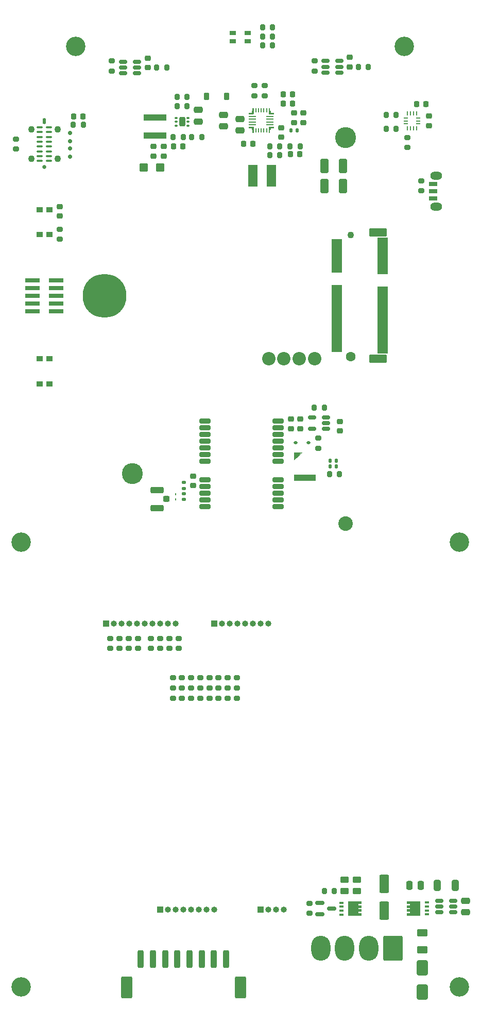
<source format=gbr>
%TF.GenerationSoftware,KiCad,Pcbnew,7.0.10*%
%TF.CreationDate,2024-03-08T14:55:51+08:00*%
%TF.ProjectId,solar_board,736f6c61-725f-4626-9f61-72642e6b6963,rev?*%
%TF.SameCoordinates,Original*%
%TF.FileFunction,Soldermask,Top*%
%TF.FilePolarity,Negative*%
%FSLAX46Y46*%
G04 Gerber Fmt 4.6, Leading zero omitted, Abs format (unit mm)*
G04 Created by KiCad (PCBNEW 7.0.10) date 2024-03-08 14:55:51*
%MOMM*%
%LPD*%
G01*
G04 APERTURE LIST*
G04 Aperture macros list*
%AMRoundRect*
0 Rectangle with rounded corners*
0 $1 Rounding radius*
0 $2 $3 $4 $5 $6 $7 $8 $9 X,Y pos of 4 corners*
0 Add a 4 corners polygon primitive as box body*
4,1,4,$2,$3,$4,$5,$6,$7,$8,$9,$2,$3,0*
0 Add four circle primitives for the rounded corners*
1,1,$1+$1,$2,$3*
1,1,$1+$1,$4,$5*
1,1,$1+$1,$6,$7*
1,1,$1+$1,$8,$9*
0 Add four rect primitives between the rounded corners*
20,1,$1+$1,$2,$3,$4,$5,0*
20,1,$1+$1,$4,$5,$6,$7,0*
20,1,$1+$1,$6,$7,$8,$9,0*
20,1,$1+$1,$8,$9,$2,$3,0*%
%AMFreePoly0*
4,1,5,0.300000,-0.300000,-0.300000,-0.300000,-0.300000,0.300000,0.300000,0.300000,0.300000,-0.300000,0.300000,-0.300000,$1*%
%AMFreePoly1*
4,1,5,0.500000,-1.750000,-0.500000,-1.750000,-0.500000,1.750000,0.500000,1.750000,0.500000,-1.750000,0.500000,-1.750000,$1*%
%AMFreePoly2*
4,1,17,1.395000,0.765000,0.855000,0.765000,0.855000,0.535000,1.395000,0.535000,1.395000,0.115000,0.855000,0.115000,0.855000,-0.115000,1.395000,-0.115000,1.395000,-0.535000,0.855000,-0.535000,0.855000,-0.765000,1.395000,-0.765000,1.395000,-1.185000,-0.855000,-1.185000,-0.855000,1.185000,1.395000,1.185000,1.395000,0.765000,1.395000,0.765000,$1*%
G04 Aperture macros list end*
%ADD10C,0.010000*%
%ADD11RoundRect,0.135000X0.185000X-0.135000X0.185000X0.135000X-0.185000X0.135000X-0.185000X-0.135000X0*%
%ADD12RoundRect,0.147500X0.172500X-0.147500X0.172500X0.147500X-0.172500X0.147500X-0.172500X-0.147500X0*%
%ADD13C,1.100000*%
%ADD14C,1.600000*%
%ADD15RoundRect,0.060480X-0.816520X0.191520X-0.816520X-0.191520X0.816520X-0.191520X0.816520X0.191520X0*%
%ADD16C,2.204000*%
%ADD17C,7.204000*%
%ADD18RoundRect,0.294840X-1.182160X0.407160X-1.182160X-0.407160X1.182160X-0.407160X1.182160X0.407160X0*%
%ADD19RoundRect,0.200000X-0.200000X-0.275000X0.200000X-0.275000X0.200000X0.275000X-0.200000X0.275000X0*%
%ADD20RoundRect,0.200000X-0.275000X0.200000X-0.275000X-0.200000X0.275000X-0.200000X0.275000X0.200000X0*%
%ADD21RoundRect,0.200000X0.200000X0.275000X-0.200000X0.275000X-0.200000X-0.275000X0.200000X-0.275000X0*%
%ADD22RoundRect,0.225000X0.250000X-0.225000X0.250000X0.225000X-0.250000X0.225000X-0.250000X-0.225000X0*%
%ADD23R,1.000000X1.000000*%
%ADD24O,1.000000X1.000000*%
%ADD25RoundRect,0.200000X0.275000X-0.200000X0.275000X0.200000X-0.275000X0.200000X-0.275000X-0.200000X0*%
%ADD26C,3.200000*%
%ADD27RoundRect,0.250000X0.625000X-0.375000X0.625000X0.375000X-0.625000X0.375000X-0.625000X-0.375000X0*%
%ADD28RoundRect,0.250000X0.325000X0.650000X-0.325000X0.650000X-0.325000X-0.650000X0.325000X-0.650000X0*%
%ADD29RoundRect,0.225000X-0.225000X-0.250000X0.225000X-0.250000X0.225000X0.250000X-0.225000X0.250000X0*%
%ADD30RoundRect,0.250000X-0.250000X-0.475000X0.250000X-0.475000X0.250000X0.475000X-0.250000X0.475000X0*%
%ADD31FreePoly0,180.000000*%
%ADD32FreePoly1,270.000000*%
%ADD33R,0.700000X0.420000*%
%ADD34FreePoly2,180.000000*%
%ADD35RoundRect,0.150000X-0.200000X0.150000X-0.200000X-0.150000X0.200000X-0.150000X0.200000X0.150000X0*%
%ADD36RoundRect,0.250000X-0.475000X0.250000X-0.475000X-0.250000X0.475000X-0.250000X0.475000X0.250000X0*%
%ADD37RoundRect,0.147500X0.147500X0.172500X-0.147500X0.172500X-0.147500X-0.172500X0.147500X-0.172500X0*%
%ADD38RoundRect,0.112500X-0.187500X-0.112500X0.187500X-0.112500X0.187500X0.112500X-0.187500X0.112500X0*%
%ADD39R,1.000000X0.900000*%
%ADD40RoundRect,0.150000X-0.587500X-0.150000X0.587500X-0.150000X0.587500X0.150000X-0.587500X0.150000X0*%
%ADD41RoundRect,0.250000X0.250000X1.200000X-0.250000X1.200000X-0.250000X-1.200000X0.250000X-1.200000X0*%
%ADD42RoundRect,0.250000X0.650000X1.550000X-0.650000X1.550000X-0.650000X-1.550000X0.650000X-1.550000X0*%
%ADD43RoundRect,0.225000X-0.250000X0.225000X-0.250000X-0.225000X0.250000X-0.225000X0.250000X0.225000X0*%
%ADD44RoundRect,0.200000X-0.700000X-0.200000X0.700000X-0.200000X0.700000X0.200000X-0.700000X0.200000X0*%
%ADD45R,0.250000X0.675000*%
%ADD46R,0.675000X0.250000*%
%ADD47RoundRect,0.250000X0.275000X0.250000X-0.275000X0.250000X-0.275000X-0.250000X0.275000X-0.250000X0*%
%ADD48RoundRect,0.250000X0.850000X0.275000X-0.850000X0.275000X-0.850000X-0.275000X0.850000X-0.275000X0*%
%ADD49RoundRect,0.150000X0.200000X-0.150000X0.200000X0.150000X-0.200000X0.150000X-0.200000X-0.150000X0*%
%ADD50RoundRect,0.218750X-0.218750X-0.256250X0.218750X-0.256250X0.218750X0.256250X-0.218750X0.256250X0*%
%ADD51RoundRect,0.150000X-0.512500X-0.150000X0.512500X-0.150000X0.512500X0.150000X-0.512500X0.150000X0*%
%ADD52RoundRect,0.250000X1.330000X1.800000X-1.330000X1.800000X-1.330000X-1.800000X1.330000X-1.800000X0*%
%ADD53O,3.160000X4.100000*%
%ADD54RoundRect,0.250000X-0.412500X-0.925000X0.412500X-0.925000X0.412500X0.925000X-0.412500X0.925000X0*%
%ADD55RoundRect,0.147500X-0.147500X-0.172500X0.147500X-0.172500X0.147500X0.172500X-0.147500X0.172500X0*%
%ADD56R,1.500000X3.600000*%
%ADD57RoundRect,0.250000X0.450000X-0.262500X0.450000X0.262500X-0.450000X0.262500X-0.450000X-0.262500X0*%
%ADD58RoundRect,0.250000X-0.550000X1.250000X-0.550000X-1.250000X0.550000X-1.250000X0.550000X1.250000X0*%
%ADD59RoundRect,0.250000X0.650000X-1.000000X0.650000X1.000000X-0.650000X1.000000X-0.650000X-1.000000X0*%
%ADD60RoundRect,0.075000X0.150000X-0.075000X0.150000X0.075000X-0.150000X0.075000X-0.150000X-0.075000X0*%
%ADD61RoundRect,0.250000X0.250000X0.550000X-0.250000X0.550000X-0.250000X-0.550000X0.250000X-0.550000X0*%
%ADD62RoundRect,0.150000X0.512500X0.150000X-0.512500X0.150000X-0.512500X-0.150000X0.512500X-0.150000X0*%
%ADD63C,0.660000*%
%ADD64O,0.580000X1.000000*%
%ADD65RoundRect,0.075000X0.425000X-0.075000X0.425000X0.075000X-0.425000X0.075000X-0.425000X-0.075000X0*%
%ADD66RoundRect,0.250000X-0.450000X-0.425000X0.450000X-0.425000X0.450000X0.425000X-0.450000X0.425000X0*%
%ADD67RoundRect,0.062500X0.062500X-0.117500X0.062500X0.117500X-0.062500X0.117500X-0.062500X-0.117500X0*%
%ADD68R,0.500000X0.200000*%
%ADD69R,1.200000X0.200000*%
%ADD70R,0.200000X0.500000*%
%ADD71R,0.200000X0.800000*%
%ADD72R,1.000000X0.800000*%
%ADD73R,1.400000X0.800000*%
%ADD74RoundRect,0.700000X0.250000X0.000000X0.250000X0.000000X-0.250000X0.000000X-0.250000X0.000000X0*%
%ADD75RoundRect,0.250000X0.475000X-0.250000X0.475000X0.250000X-0.475000X0.250000X-0.475000X-0.250000X0*%
%ADD76RoundRect,0.225000X0.225000X0.375000X-0.225000X0.375000X-0.225000X-0.375000X0.225000X-0.375000X0*%
%ADD77RoundRect,0.225000X0.225000X0.250000X-0.225000X0.250000X-0.225000X-0.250000X0.225000X-0.250000X0*%
%ADD78R,3.700000X1.100000*%
%ADD79R,2.400000X0.740000*%
%ADD80FreePoly2,0.000000*%
%ADD81C,3.450000*%
%ADD82C,2.390000*%
G04 APERTURE END LIST*
%TO.C,C22*%
D10*
X113680000Y-92790001D02*
X113680000Y-91540001D01*
X114930000Y-91540001D01*
X113680000Y-92790001D01*
G36*
X113680000Y-92790001D02*
G01*
X113680000Y-91540001D01*
X114930000Y-91540001D01*
X113680000Y-92790001D01*
G37*
%TO.C,U2*%
G36*
X106999350Y-39108703D02*
G01*
X106773950Y-39108703D01*
X106773950Y-38608703D01*
X106673950Y-38608703D01*
X106673950Y-38283703D01*
X106173950Y-38283703D01*
X106173950Y-38058303D01*
X106999350Y-38058303D01*
X106999350Y-39108703D01*
G37*
G36*
X109699350Y-35483300D02*
G01*
X109799350Y-35483300D01*
X109799350Y-35808300D01*
X110299350Y-35808300D01*
X110299350Y-36033700D01*
X109473950Y-36033700D01*
X109473950Y-34983300D01*
X109699350Y-34983300D01*
X109699350Y-35483300D01*
G37*
G36*
X110299350Y-38283703D02*
G01*
X109799350Y-38283703D01*
X109799350Y-38608706D01*
X109699350Y-38608706D01*
X109699350Y-39108703D01*
X109473950Y-39108703D01*
X109473950Y-38058306D01*
X110299350Y-38058306D01*
X110299350Y-38283703D01*
G37*
G36*
X106998072Y-35876447D02*
G01*
X106840632Y-36033883D01*
X106172672Y-36033883D01*
X106172672Y-35808486D01*
X106672672Y-35808486D01*
X106672672Y-35483483D01*
X106772672Y-35483483D01*
X106772672Y-34983486D01*
X106998072Y-34983486D01*
X106998072Y-35876447D01*
G37*
%TD*%
D11*
%TO.C,R55*%
X95551600Y-97503201D03*
X95551600Y-96483201D03*
%TD*%
D12*
%TO.C,L3*%
X95551600Y-99307001D03*
X95551600Y-98337001D03*
%TD*%
D13*
%TO.C,U1*%
X122949000Y-55813001D03*
D14*
X122949000Y-75813001D03*
D15*
X128224000Y-56563001D03*
X120674000Y-56813001D03*
X128224000Y-57063001D03*
X120674000Y-57313001D03*
X128224000Y-57563001D03*
X120674000Y-57813001D03*
X128224000Y-58063001D03*
X120674000Y-58313001D03*
X128224000Y-58563001D03*
X120674000Y-58813001D03*
X128224000Y-59063001D03*
X120674000Y-59313001D03*
X128224000Y-59563001D03*
X120674000Y-59813001D03*
X128224000Y-60063001D03*
X120674000Y-60313001D03*
X128224000Y-60563001D03*
X120674000Y-60813001D03*
X128224000Y-61063001D03*
X120674000Y-61313001D03*
X128224000Y-61563001D03*
X120674000Y-61813001D03*
X128224000Y-62063001D03*
X120674000Y-64313001D03*
X128224000Y-64563001D03*
X120674000Y-64813001D03*
X128224000Y-65063001D03*
X120674000Y-65313001D03*
X128224000Y-65563001D03*
X120674000Y-65813001D03*
X128224000Y-66063001D03*
X120674000Y-66313001D03*
X128224000Y-66563001D03*
X120674000Y-66813001D03*
X128224000Y-67063001D03*
X120674000Y-67313001D03*
X128224000Y-67563001D03*
X120674000Y-67813001D03*
X128224000Y-68063001D03*
X120674000Y-68313001D03*
X128224000Y-68563001D03*
X120674000Y-68813001D03*
X128224000Y-69063001D03*
X120674000Y-69313001D03*
X128224000Y-69563001D03*
X120674000Y-69813001D03*
X128224000Y-70063001D03*
X120674000Y-70313001D03*
X128224000Y-70563001D03*
X120674000Y-70813001D03*
X128224000Y-71063001D03*
X120674000Y-71313001D03*
X128224000Y-71563001D03*
X120674000Y-71813001D03*
X128224000Y-72063001D03*
X120674000Y-72313001D03*
X128224000Y-72563001D03*
X120674000Y-72813001D03*
X128224000Y-73063001D03*
X120674000Y-73313001D03*
X128224000Y-73563001D03*
X120674000Y-73813001D03*
X128224000Y-74063001D03*
X120674000Y-74313001D03*
X128224000Y-74563001D03*
X120674000Y-74813001D03*
X128224000Y-75063001D03*
D16*
X116989000Y-76183001D03*
X114489000Y-76183001D03*
X111989000Y-76183001D03*
X109489000Y-76183001D03*
D17*
X82489000Y-65832001D03*
D18*
X127449000Y-55463001D03*
X127449000Y-76163001D03*
%TD*%
D19*
%TO.C,R14*%
X108468000Y-21733001D03*
X110118000Y-21733001D03*
%TD*%
D20*
%TO.C,R20*%
X116150032Y-165664832D03*
X116150032Y-167314832D03*
%TD*%
D21*
%TO.C,R17*%
X79003000Y-37735001D03*
X77353000Y-37735001D03*
%TD*%
D22*
%TO.C,C17*%
X121180000Y-88015001D03*
X121180000Y-86465001D03*
%TD*%
%TO.C,C8*%
X111482000Y-39780001D03*
X111482000Y-38230001D03*
%TD*%
D23*
%TO.C,J7*%
X82750000Y-119650001D03*
D24*
X84020000Y-119650001D03*
X85290000Y-119650001D03*
X86560000Y-119650001D03*
X87830000Y-119650001D03*
X89100000Y-119650001D03*
X90370000Y-119650001D03*
X91640000Y-119650001D03*
X92910000Y-119650001D03*
X94180000Y-119650001D03*
%TD*%
D25*
%TO.C,R43*%
X99720000Y-130254001D03*
X99720000Y-128604001D03*
%TD*%
D20*
%TO.C,R34*%
X99720000Y-130304001D03*
X99720000Y-131954001D03*
%TD*%
D26*
%TO.C,@HOLE9*%
X68780032Y-106339832D03*
%TD*%
D25*
%TO.C,R30*%
X83385000Y-123776001D03*
X83385000Y-122126001D03*
%TD*%
D20*
%TO.C,R18*%
X67891000Y-40085001D03*
X67891000Y-41735001D03*
%TD*%
D27*
%TO.C,F1*%
X134744968Y-173270170D03*
X134744968Y-170470170D03*
%TD*%
D28*
%TO.C,C1*%
X140105000Y-162703001D03*
X137155000Y-162703001D03*
%TD*%
D29*
%TO.C,C26*%
X111850000Y-34252001D03*
X113400000Y-34252001D03*
%TD*%
D30*
%TO.C,C3*%
X132595032Y-162703001D03*
X134495032Y-162703001D03*
%TD*%
D19*
%TO.C,R6*%
X109644000Y-42742001D03*
X111294000Y-42742001D03*
%TD*%
D25*
%TO.C,R54*%
X134566000Y-48593001D03*
X134566000Y-46943001D03*
%TD*%
D19*
%TO.C,R16*%
X108468000Y-24654001D03*
X110118000Y-24654001D03*
%TD*%
D31*
%TO.C,C22*%
X113980000Y-91890001D03*
D32*
X115458000Y-95756401D03*
%TD*%
D26*
%TO.C,@HOLE6*%
X140780032Y-106339832D03*
%TD*%
D29*
%TO.C,C20*%
X133791000Y-34306001D03*
X135341000Y-34306001D03*
%TD*%
D20*
%TO.C,R37*%
X95220000Y-130304001D03*
X95220000Y-131954001D03*
%TD*%
D25*
%TO.C,R11*%
X117040000Y-28908001D03*
X117040000Y-27258001D03*
%TD*%
D33*
%TO.C,Q1*%
X135450032Y-167464832D03*
X135450032Y-166814832D03*
X135450032Y-166164832D03*
X135450032Y-165514832D03*
D34*
X133495032Y-166489832D03*
%TD*%
D26*
%TO.C,@HOLE5*%
X140780032Y-179339832D03*
%TD*%
D35*
%TO.C,D3*%
X76781000Y-40467001D03*
X76781000Y-39067001D03*
%TD*%
D25*
%TO.C,R28*%
X86433000Y-123776001D03*
X86433000Y-122126001D03*
%TD*%
D36*
%TO.C,C2*%
X141800032Y-165244832D03*
X141800032Y-167144832D03*
%TD*%
D20*
%TO.C,R35*%
X98220000Y-130304001D03*
X98220000Y-131954001D03*
%TD*%
D37*
%TO.C,FB1*%
X120565000Y-92940001D03*
X119595000Y-92940001D03*
%TD*%
D21*
%TO.C,R53*%
X121105000Y-95140001D03*
X119455000Y-95140001D03*
%TD*%
D25*
%TO.C,R3*%
X107134000Y-32972001D03*
X107134000Y-31322001D03*
%TD*%
D38*
%TO.C,D6*%
X113930000Y-89940001D03*
X116030000Y-89940001D03*
%TD*%
D20*
%TO.C,R32*%
X102720000Y-130304001D03*
X102720000Y-131954001D03*
%TD*%
D39*
%TO.C,SW1*%
X71790000Y-80298001D03*
X71790000Y-76198001D03*
X73390000Y-80298001D03*
X73390000Y-76198001D03*
%TD*%
D40*
%TO.C,Q3*%
X117912532Y-165539832D03*
X117912532Y-167439832D03*
X119787532Y-166489832D03*
%TD*%
D41*
%TO.C,J3*%
X102450000Y-174840001D03*
X100450000Y-174840001D03*
X98450000Y-174840001D03*
X96450000Y-174840001D03*
X94450000Y-174840001D03*
X92450000Y-174840001D03*
X90450000Y-174840001D03*
X88450000Y-174840001D03*
D42*
X104800000Y-179490001D03*
X86100000Y-179490001D03*
%TD*%
D25*
%TO.C,R25*%
X91640000Y-123777001D03*
X91640000Y-122127001D03*
%TD*%
D39*
%TO.C,SW2*%
X71790000Y-55787001D03*
X71790000Y-51687001D03*
X73390000Y-55787001D03*
X73390000Y-51687001D03*
%TD*%
D25*
%TO.C,R24*%
X93164000Y-123777001D03*
X93164000Y-122127001D03*
%TD*%
D43*
%TO.C,C12*%
X90527000Y-41313832D03*
X90527000Y-42863832D03*
%TD*%
D44*
%TO.C,U8*%
X98980000Y-86440001D03*
X98980000Y-87540001D03*
X98980000Y-88640001D03*
X98980000Y-89740001D03*
X98980000Y-90840001D03*
X98980000Y-91940001D03*
X98980000Y-93040001D03*
X98980000Y-96040001D03*
X98980000Y-97140001D03*
X98980000Y-98240001D03*
X98980000Y-99340001D03*
X98980000Y-100440001D03*
X110980000Y-100440001D03*
X110980000Y-99340001D03*
X110980000Y-98240001D03*
X110980000Y-97140001D03*
X110980000Y-96040001D03*
X110980000Y-93040001D03*
X110980000Y-91940001D03*
X110980000Y-90840001D03*
X110980000Y-89740001D03*
X110980000Y-88640001D03*
X110980000Y-87540001D03*
X110980000Y-86440001D03*
%TD*%
D20*
%TO.C,R52*%
X75130000Y-54907001D03*
X75130000Y-56557001D03*
%TD*%
D45*
%TO.C,U9*%
X132292000Y-38362501D03*
X132792000Y-38362501D03*
X133292000Y-38362501D03*
X133792000Y-38362501D03*
D46*
X134054500Y-37600001D03*
X134054500Y-37100001D03*
X134054500Y-36600001D03*
D45*
X133792000Y-35837501D03*
X133292000Y-35837501D03*
X132792000Y-35837501D03*
X132292000Y-35837501D03*
D46*
X132029500Y-36600001D03*
X132029500Y-37100001D03*
X132029500Y-37600001D03*
%TD*%
D47*
%TO.C,J5*%
X92630000Y-99240001D03*
D48*
X91105000Y-100715001D03*
X91105000Y-97765001D03*
%TD*%
D23*
%TO.C,J9*%
X108150000Y-166640001D03*
D24*
X109420000Y-166640001D03*
X110690000Y-166640001D03*
X111960000Y-166640001D03*
%TD*%
D49*
%TO.C,D4*%
X76781000Y-41607001D03*
X76781000Y-43007001D03*
%TD*%
D25*
%TO.C,R48*%
X132280000Y-41481001D03*
X132280000Y-39831001D03*
%TD*%
%TO.C,R44*%
X101220000Y-130254001D03*
X101220000Y-128604001D03*
%TD*%
D50*
%TO.C,D1*%
X113013500Y-42561001D03*
X114588500Y-42561001D03*
%TD*%
D20*
%TO.C,R31*%
X104220000Y-130304001D03*
X104220000Y-131954001D03*
%TD*%
D51*
%TO.C,U5*%
X85549500Y-27387001D03*
X85549500Y-28337001D03*
X85549500Y-29287001D03*
X87824500Y-29287001D03*
X87824500Y-28337001D03*
X87824500Y-27387001D03*
%TD*%
D23*
%TO.C,J1*%
X91640000Y-166640001D03*
D24*
X92910000Y-166640001D03*
X94180000Y-166640001D03*
X95450000Y-166640001D03*
X96720000Y-166640001D03*
X97990000Y-166640001D03*
X99260000Y-166640001D03*
X100530000Y-166640001D03*
%TD*%
D52*
%TO.C,J4*%
X129890000Y-172990001D03*
D53*
X125930000Y-172990001D03*
X121970000Y-172990001D03*
X118010000Y-172990001D03*
%TD*%
D19*
%TO.C,R13*%
X124216000Y-28210001D03*
X125866000Y-28210001D03*
%TD*%
D25*
%TO.C,R8*%
X108785000Y-32972001D03*
X108785000Y-31322001D03*
%TD*%
D54*
%TO.C,C29*%
X118635000Y-47810001D03*
X121710000Y-47810001D03*
%TD*%
D22*
%TO.C,C13*%
X113611000Y-37367001D03*
X113611000Y-35817001D03*
%TD*%
D25*
%TO.C,R42*%
X98220000Y-130254001D03*
X98220000Y-128604001D03*
%TD*%
D19*
%TO.C,R2*%
X94401000Y-33198832D03*
X96051000Y-33198832D03*
%TD*%
D43*
%TO.C,C16*%
X122755000Y-26673001D03*
X122755000Y-28223001D03*
%TD*%
D19*
%TO.C,R15*%
X108468000Y-23257001D03*
X110118000Y-23257001D03*
%TD*%
D22*
%TO.C,C18*%
X113150000Y-87645001D03*
X113150000Y-86095001D03*
%TD*%
D19*
%TO.C,R4*%
X93766000Y-39802832D03*
X95416000Y-39802832D03*
%TD*%
D21*
%TO.C,R19*%
X120275032Y-163589832D03*
X118625032Y-163589832D03*
%TD*%
D19*
%TO.C,R47*%
X116955000Y-84240001D03*
X118605000Y-84240001D03*
%TD*%
D29*
%TO.C,C24*%
X77403000Y-36338001D03*
X78953000Y-36338001D03*
%TD*%
D51*
%TO.C,U6*%
X118823500Y-27260001D03*
X118823500Y-28210001D03*
X118823500Y-29160001D03*
X121098500Y-29160001D03*
X121098500Y-28210001D03*
X121098500Y-27260001D03*
%TD*%
D25*
%TO.C,R39*%
X93720000Y-130254001D03*
X93720000Y-128604001D03*
%TD*%
D55*
%TO.C,FB3*%
X113156000Y-38697001D03*
X114126000Y-38697001D03*
%TD*%
D21*
%TO.C,R50*%
X130438000Y-36084001D03*
X128788000Y-36084001D03*
%TD*%
D25*
%TO.C,R10*%
X83639000Y-28908001D03*
X83639000Y-27258001D03*
%TD*%
D21*
%TO.C,R7*%
X114626000Y-41291001D03*
X112976000Y-41291001D03*
%TD*%
D56*
%TO.C,L2*%
X106879000Y-46117001D03*
X109929000Y-46117001D03*
%TD*%
D22*
%TO.C,C21*%
X135836000Y-37875001D03*
X135836000Y-36325001D03*
%TD*%
D25*
%TO.C,R46*%
X104220000Y-130254001D03*
X104220000Y-128604001D03*
%TD*%
D20*
%TO.C,R38*%
X93720000Y-130304001D03*
X93720000Y-131954001D03*
%TD*%
D25*
%TO.C,R40*%
X95220000Y-130254001D03*
X95220000Y-128604001D03*
%TD*%
D26*
%TO.C,@HOLE8*%
X77780032Y-24839832D03*
%TD*%
D37*
%TO.C,FB2*%
X120565000Y-93840001D03*
X119595000Y-93840001D03*
%TD*%
D57*
%TO.C,R21*%
X121950032Y-163602332D03*
X121950032Y-161777332D03*
%TD*%
D20*
%TO.C,R36*%
X96720000Y-130304001D03*
X96720000Y-131954001D03*
%TD*%
D58*
%TO.C,C4*%
X128480000Y-162440001D03*
X128480000Y-166840001D03*
%TD*%
D54*
%TO.C,C28*%
X118625000Y-44510001D03*
X121700000Y-44510001D03*
%TD*%
D59*
%TO.C,D5*%
X134744968Y-180220170D03*
X134744968Y-176220170D03*
%TD*%
D22*
%TO.C,C14*%
X115135000Y-37367001D03*
X115135000Y-35817001D03*
%TD*%
D60*
%TO.C,U4*%
X94251000Y-36612832D03*
X94251000Y-37262832D03*
X94251000Y-37912832D03*
X96201000Y-37912832D03*
X96201000Y-37262832D03*
X96201000Y-36612832D03*
D61*
X95226000Y-37262832D03*
%TD*%
D26*
%TO.C,@HOLE4*%
X68780032Y-179339832D03*
%TD*%
D43*
%TO.C,C11*%
X92178000Y-41313832D03*
X92178000Y-42863832D03*
%TD*%
D57*
%TO.C,R22*%
X123950032Y-163602332D03*
X123950032Y-161777332D03*
%TD*%
D22*
%TO.C,C19*%
X114650000Y-87645001D03*
X114650000Y-86095001D03*
%TD*%
D36*
%TO.C,C10*%
X104721000Y-36785001D03*
X104721000Y-38685001D03*
%TD*%
D21*
%TO.C,R1*%
X96051000Y-34722832D03*
X94401000Y-34722832D03*
%TD*%
D26*
%TO.C,@HOLE7*%
X131780032Y-24839832D03*
%TD*%
D62*
%TO.C,U3*%
X139762532Y-167144832D03*
X139762532Y-166194832D03*
X139762532Y-165244832D03*
X137487532Y-165244832D03*
X137487532Y-166194832D03*
X137487532Y-167144832D03*
%TD*%
D63*
%TO.C,J2*%
X72590000Y-44660001D03*
D64*
X72590000Y-37160001D03*
D65*
X71830000Y-43690001D03*
X71830000Y-42900001D03*
X71830000Y-42110001D03*
X71830000Y-41320001D03*
X71830000Y-40530001D03*
X71830000Y-39740001D03*
X71830000Y-38950001D03*
X71830000Y-38160001D03*
X73350000Y-38160001D03*
X73350000Y-38950001D03*
X73350000Y-39740001D03*
X73350000Y-40530001D03*
X73350000Y-41320001D03*
X73350000Y-42110001D03*
X73350000Y-42900001D03*
X73350000Y-43690001D03*
D13*
X70440000Y-43310001D03*
X74740000Y-43310001D03*
X70440000Y-38510001D03*
X74740000Y-38510001D03*
%TD*%
D29*
%TO.C,C9*%
X93816000Y-41326832D03*
X95366000Y-41326832D03*
%TD*%
D25*
%TO.C,R41*%
X96720000Y-130254001D03*
X96720000Y-128604001D03*
%TD*%
D19*
%TO.C,R5*%
X96814000Y-39802832D03*
X98464000Y-39802832D03*
%TD*%
D22*
%TO.C,C25*%
X75130000Y-52747001D03*
X75130000Y-51197001D03*
%TD*%
D29*
%TO.C,C27*%
X111850000Y-32728001D03*
X113400000Y-32728001D03*
%TD*%
D43*
%TO.C,C15*%
X89608000Y-26800001D03*
X89608000Y-28350001D03*
%TD*%
D25*
%TO.C,R45*%
X102720000Y-130254001D03*
X102720000Y-128604001D03*
%TD*%
D66*
%TO.C,C30*%
X88920000Y-44770001D03*
X91620000Y-44770001D03*
%TD*%
D25*
%TO.C,R27*%
X87957000Y-123776001D03*
X87957000Y-122126001D03*
%TD*%
D67*
%TO.C,D7*%
X94180000Y-98420001D03*
X94180000Y-99260001D03*
%TD*%
D25*
%TO.C,R26*%
X90116000Y-123777001D03*
X90116000Y-122127001D03*
%TD*%
D68*
%TO.C,U2*%
X106586650Y-35921003D03*
D69*
X106786650Y-36371003D03*
X106786650Y-36821003D03*
X106786650Y-37271003D03*
X106786650Y-37721003D03*
D68*
X106586650Y-38171003D03*
D70*
X106886650Y-38696003D03*
D71*
X107336650Y-38696003D03*
X107786650Y-38696003D03*
X108236650Y-38696003D03*
X108686650Y-38696003D03*
X109136650Y-38696003D03*
D70*
X109586650Y-38696003D03*
D68*
X109886650Y-38171003D03*
D69*
X109686650Y-37721003D03*
X109686650Y-37271003D03*
X109686650Y-36821003D03*
X109686650Y-36371003D03*
D68*
X109886650Y-35921003D03*
D70*
X109586650Y-35396003D03*
D71*
X109136650Y-35396003D03*
X108686650Y-35396003D03*
X108236650Y-35396003D03*
X107786650Y-35396003D03*
X107336650Y-35396003D03*
D70*
X106886650Y-35396003D03*
%TD*%
D36*
%TO.C,C5*%
X102054000Y-36096001D03*
X102054000Y-37996001D03*
%TD*%
D72*
%TO.C,D2*%
X103530032Y-22639832D03*
X103530032Y-24039832D03*
X106030032Y-24039832D03*
X106030032Y-22639832D03*
%TD*%
D19*
%TO.C,R9*%
X109644000Y-41291001D03*
X111294000Y-41291001D03*
%TD*%
D23*
%TO.C,J8*%
X100530000Y-119650001D03*
D24*
X101800000Y-119650001D03*
X103070000Y-119650001D03*
X104340000Y-119650001D03*
X105610000Y-119650001D03*
X106880000Y-119650001D03*
X108150000Y-119650001D03*
X109420000Y-119650001D03*
%TD*%
D22*
%TO.C,C23*%
X97075600Y-97006201D03*
X97075600Y-95456201D03*
%TD*%
D19*
%TO.C,R12*%
X91069000Y-28337001D03*
X92719000Y-28337001D03*
%TD*%
D20*
%TO.C,R33*%
X101220000Y-130304001D03*
X101220000Y-131954001D03*
%TD*%
D62*
%TO.C,U7*%
X118887500Y-87720001D03*
X118887500Y-86770001D03*
X118887500Y-85820001D03*
X116612500Y-85820001D03*
X116612500Y-87720001D03*
%TD*%
D25*
%TO.C,R23*%
X94688000Y-123777001D03*
X94688000Y-122127001D03*
%TD*%
D21*
%TO.C,R51*%
X130438000Y-38370001D03*
X128788000Y-38370001D03*
%TD*%
D73*
%TO.C,U11*%
X136471000Y-49807001D03*
X136471000Y-48657001D03*
X136471000Y-47507001D03*
D74*
X137021000Y-51157001D03*
X137021000Y-46157001D03*
%TD*%
D75*
%TO.C,C6*%
X97893000Y-37196832D03*
X97893000Y-35296832D03*
%TD*%
D76*
%TO.C,D8*%
X102561000Y-33036001D03*
X99261000Y-33036001D03*
%TD*%
D77*
%TO.C,C7*%
X106893000Y-40856001D03*
X105343000Y-40856001D03*
%TD*%
D78*
%TO.C,L1*%
X90781000Y-36524832D03*
X90781000Y-39524832D03*
%TD*%
D79*
%TO.C,J6*%
X74540000Y-68342001D03*
X70640000Y-68342001D03*
X74540000Y-67072001D03*
X70640000Y-67072001D03*
X74540000Y-65802001D03*
X70640000Y-65802001D03*
X74540000Y-64532001D03*
X70640000Y-64532001D03*
X74540000Y-63262001D03*
X70640000Y-63262001D03*
%TD*%
D25*
%TO.C,R29*%
X84909000Y-123776001D03*
X84909000Y-122126001D03*
%TD*%
%TO.C,R49*%
X117580000Y-90865001D03*
X117580000Y-89215001D03*
%TD*%
D33*
%TO.C,Q2*%
X121420032Y-165549832D03*
X121420032Y-166199832D03*
X121420032Y-166849832D03*
X121420032Y-167499832D03*
D80*
X123375032Y-166524832D03*
%TD*%
D81*
%TO.C,U10*%
X122069000Y-39847001D03*
X87059000Y-95047001D03*
D82*
X122069000Y-103267001D03*
%TD*%
M02*

</source>
